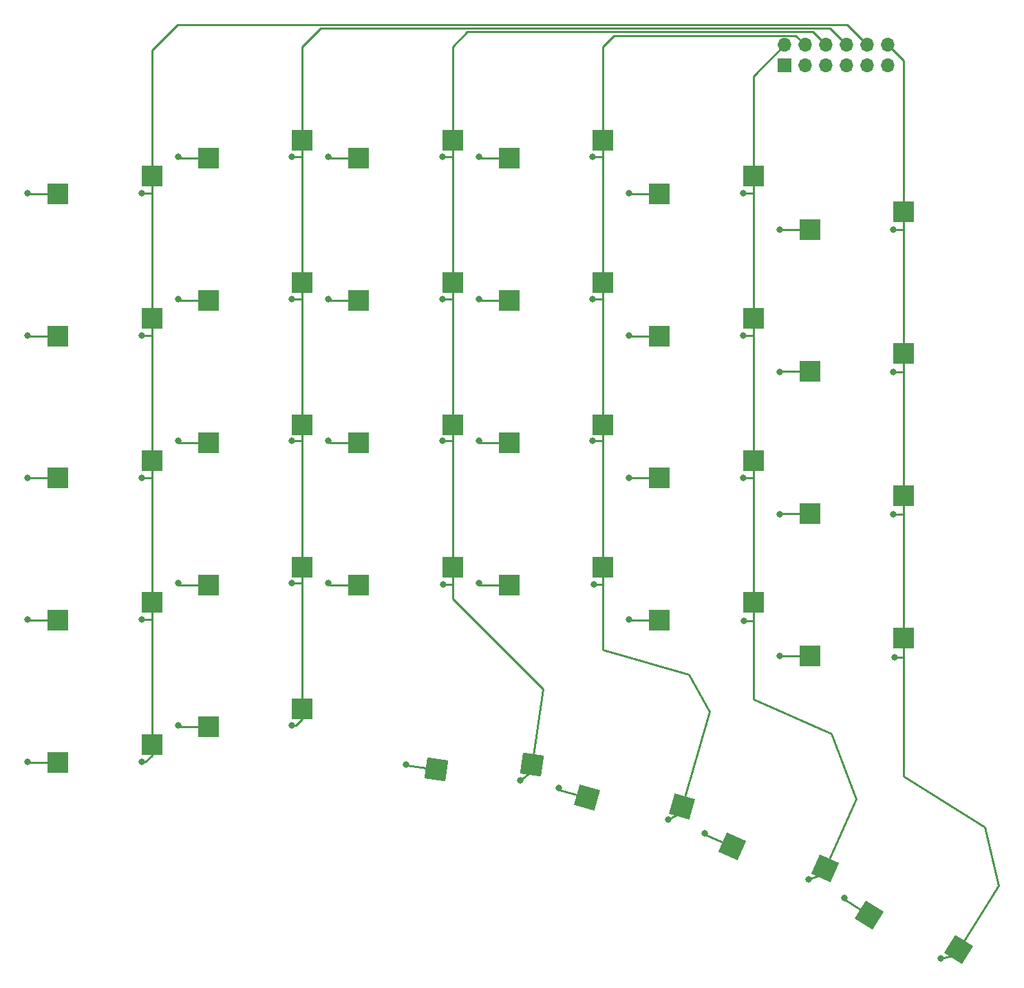
<source format=gbr>
%TF.GenerationSoftware,KiCad,Pcbnew,8.0.3*%
%TF.CreationDate,2024-06-13T00:20:47+02:00*%
%TF.ProjectId,protoeepyboard,70726f74-6f65-4657-9079-626f6172642e,1.0*%
%TF.SameCoordinates,Original*%
%TF.FileFunction,Copper,L1,Top*%
%TF.FilePolarity,Positive*%
%FSLAX46Y46*%
G04 Gerber Fmt 4.6, Leading zero omitted, Abs format (unit mm)*
G04 Created by KiCad (PCBNEW 8.0.3) date 2024-06-13 00:20:47*
%MOMM*%
%LPD*%
G01*
G04 APERTURE LIST*
G04 Aperture macros list*
%AMRotRect*
0 Rectangle, with rotation*
0 The origin of the aperture is its center*
0 $1 length*
0 $2 width*
0 $3 Rotation angle, in degrees counterclockwise*
0 Add horizontal line*
21,1,$1,$2,0,0,$3*%
G04 Aperture macros list end*
%TA.AperFunction,SMDPad,CuDef*%
%ADD10R,2.600000X2.600000*%
%TD*%
%TA.AperFunction,ComponentPad*%
%ADD11O,1.700000X1.700000*%
%TD*%
%TA.AperFunction,ComponentPad*%
%ADD12R,1.700000X1.700000*%
%TD*%
%TA.AperFunction,SMDPad,CuDef*%
%ADD13RotRect,2.600000X2.600000X148.000000*%
%TD*%
%TA.AperFunction,SMDPad,CuDef*%
%ADD14RotRect,2.600000X2.600000X164.000000*%
%TD*%
%TA.AperFunction,SMDPad,CuDef*%
%ADD15RotRect,2.600000X2.600000X156.000000*%
%TD*%
%TA.AperFunction,SMDPad,CuDef*%
%ADD16RotRect,2.600000X2.600000X172.000000*%
%TD*%
%TA.AperFunction,ViaPad*%
%ADD17C,0.800000*%
%TD*%
%TA.AperFunction,Conductor*%
%ADD18C,0.250000*%
%TD*%
G04 APERTURE END LIST*
D10*
%TO.P,S24,2*%
%TO.N,P12*%
X190800484Y-119040165D03*
%TO.P,S24,1*%
%TO.N,five_home*%
X179250484Y-121240165D03*
%TD*%
%TO.P,S13,2*%
%TO.N,P6*%
X135300479Y-92790168D03*
%TO.P,S13,1*%
%TO.N,two_top*%
X123750479Y-94990168D03*
%TD*%
%TO.P,S26,2*%
%TO.N,P12*%
X190800483Y-84040161D03*
%TO.P,S26,1*%
%TO.N,five_num*%
X179250483Y-86240161D03*
%TD*%
%TO.P,S14,2*%
%TO.N,P6*%
X135300485Y-75290169D03*
%TO.P,S14,1*%
%TO.N,two_num*%
X123750485Y-77490169D03*
%TD*%
%TO.P,S17,2*%
%TO.N,P4*%
X153800478Y-92790166D03*
%TO.P,S17,1*%
%TO.N,three_top*%
X142250478Y-94990166D03*
%TD*%
%TO.P,S20,2*%
%TO.N,P2*%
X172300480Y-114665163D03*
%TO.P,S20,1*%
%TO.N,four_home*%
X160750480Y-116865163D03*
%TD*%
%TO.P,S23,2*%
%TO.N,P12*%
X190800484Y-136540170D03*
%TO.P,S23,1*%
%TO.N,five_bottom*%
X179250484Y-138740170D03*
%TD*%
%TO.P,S25,2*%
%TO.N,P12*%
X190800483Y-101540165D03*
%TO.P,S25,1*%
%TO.N,five_top*%
X179250483Y-103740165D03*
%TD*%
%TO.P,S18,2*%
%TO.N,P4*%
X153800484Y-75290161D03*
%TO.P,S18,1*%
%TO.N,three_num*%
X142250484Y-77490161D03*
%TD*%
%TO.P,S7,2*%
%TO.N,P8*%
X116800484Y-127790168D03*
%TO.P,S7,1*%
%TO.N,one_bottom*%
X105250484Y-129990168D03*
%TD*%
%TO.P,S1,2*%
%TO.N,P10*%
X98300478Y-149665165D03*
%TO.P,S1,1*%
%TO.N,outer_mod*%
X86750478Y-151865165D03*
%TD*%
%TO.P,S8,2*%
%TO.N,P8*%
X116800480Y-110290167D03*
%TO.P,S8,1*%
%TO.N,one_home*%
X105250480Y-112490167D03*
%TD*%
%TO.P,S15,2*%
%TO.N,P4*%
X153800482Y-127790168D03*
%TO.P,S15,1*%
%TO.N,three_bottom*%
X142250482Y-129990168D03*
%TD*%
%TO.P,S10,2*%
%TO.N,P8*%
X116800480Y-75290159D03*
%TO.P,S10,1*%
%TO.N,one_num*%
X105250480Y-77490159D03*
%TD*%
D11*
%TO.P,J1,12*%
%TO.N,P12*%
X188875486Y-63520162D03*
%TO.P,J1,11*%
%TO.N,P11*%
X188875483Y-66060162D03*
%TO.P,J1,10*%
%TO.N,P10*%
X186335486Y-63520162D03*
%TO.P,J1,9*%
%TO.N,P9*%
X186335486Y-66060162D03*
%TO.P,J1,8*%
%TO.N,P8*%
X183795486Y-63520162D03*
%TO.P,J1,7*%
%TO.N,P7*%
X183795486Y-66060162D03*
%TO.P,J1,6*%
%TO.N,P6*%
X181255486Y-63520162D03*
%TO.P,J1,5*%
%TO.N,P5*%
X181255486Y-66060164D03*
%TO.P,J1,4*%
%TO.N,P4*%
X178715486Y-63520162D03*
%TO.P,J1,3*%
%TO.N,P3*%
X178715486Y-66060162D03*
%TO.P,J1,2*%
%TO.N,P2*%
X176175486Y-63520162D03*
D12*
%TO.P,J1,1*%
%TO.N,P1*%
X176175486Y-66060162D03*
%TD*%
D10*
%TO.P,S6,2*%
%TO.N,P8*%
X116800481Y-145290171D03*
%TO.P,S6,1*%
%TO.N,one_mod*%
X105250481Y-147490171D03*
%TD*%
D13*
%TO.P,S30,2*%
%TO.N,P12*%
X197541010Y-174910384D03*
%TO.P,S30,1*%
%TO.N,four_default*%
X186580232Y-170655523D03*
%TD*%
D10*
%TO.P,S5,2*%
%TO.N,P10*%
X98300481Y-79665166D03*
%TO.P,S5,1*%
%TO.N,outer_num*%
X86750481Y-81865166D03*
%TD*%
%TO.P,S16,2*%
%TO.N,P4*%
X153800480Y-110290168D03*
%TO.P,S16,1*%
%TO.N,three_home*%
X142250480Y-112490168D03*
%TD*%
%TO.P,S12,2*%
%TO.N,P6*%
X135300485Y-110290165D03*
%TO.P,S12,1*%
%TO.N,two_home*%
X123750485Y-112490165D03*
%TD*%
%TO.P,S2,2*%
%TO.N,P10*%
X98300480Y-132165169D03*
%TO.P,S2,1*%
%TO.N,outer_bottom*%
X86750480Y-134365169D03*
%TD*%
%TO.P,S9,2*%
%TO.N,P8*%
X116800484Y-92790164D03*
%TO.P,S9,1*%
%TO.N,one_top*%
X105250484Y-94990164D03*
%TD*%
%TO.P,S22,2*%
%TO.N,P2*%
X172300483Y-79665169D03*
%TO.P,S22,1*%
%TO.N,four_num*%
X160750483Y-81865169D03*
%TD*%
%TO.P,S11,2*%
%TO.N,P6*%
X135300483Y-127790165D03*
%TO.P,S11,1*%
%TO.N,two_bottom*%
X123750483Y-129990165D03*
%TD*%
%TO.P,S19,2*%
%TO.N,P2*%
X172300483Y-132165168D03*
%TO.P,S19,1*%
%TO.N,four_bottom*%
X160750483Y-134365168D03*
%TD*%
%TO.P,S21,2*%
%TO.N,P2*%
X172300482Y-97165169D03*
%TO.P,S21,1*%
%TO.N,four_top*%
X160750482Y-99365169D03*
%TD*%
D14*
%TO.P,S28,2*%
%TO.N,P4*%
X163569739Y-157264099D03*
%TO.P,S28,1*%
%TO.N,two_default*%
X151860766Y-156195264D03*
%TD*%
D10*
%TO.P,S4,2*%
%TO.N,P10*%
X98300487Y-97165169D03*
%TO.P,S4,1*%
%TO.N,outer_top*%
X86750487Y-99365169D03*
%TD*%
%TO.P,S3,2*%
%TO.N,P10*%
X98300478Y-114665165D03*
%TO.P,S3,1*%
%TO.N,outer_home*%
X86750478Y-116865165D03*
%TD*%
D15*
%TO.P,S29,2*%
%TO.N,P2*%
X181172349Y-164899487D03*
%TO.P,S29,1*%
%TO.N,three_default*%
X169726079Y-162211479D03*
%TD*%
D16*
%TO.P,S27,2*%
%TO.N,P6*%
X145075797Y-152152835D03*
%TO.P,S27,1*%
%TO.N,one_default*%
X133332020Y-152723975D03*
%TD*%
D17*
%TO.N,P12*%
X189656122Y-138934331D03*
%TO.N,P2*%
X171156120Y-134434331D03*
%TO.N,P4*%
X152656119Y-129934331D03*
%TO.N,P6*%
X134156119Y-129934334D03*
%TO.N,P12*%
X195351346Y-175995266D03*
%TO.N,four_default*%
X183478670Y-168576392D03*
%TO.N,P2*%
X179143390Y-166249989D03*
%TO.N,three_default*%
X166353753Y-160555678D03*
%TO.N,P4*%
X161826493Y-158875306D03*
%TO.N,two_default*%
X148368831Y-155016387D03*
%TO.N,P6*%
X143653312Y-154073593D03*
%TO.N,one_default*%
X129541988Y-152090374D03*
%TO.N,outer_home*%
X83025478Y-116790167D03*
%TO.N,one_mod*%
X101525484Y-147290165D03*
%TO.N,P4*%
X152525482Y-112290165D03*
%TO.N,three_top*%
X138525485Y-94790169D03*
%TO.N,outer_mod*%
X83025482Y-151790170D03*
%TO.N,two_bottom*%
X120025478Y-129790168D03*
%TO.N,P12*%
X189525481Y-86290167D03*
%TO.N,one_top*%
X101525482Y-94790166D03*
%TO.N,P12*%
X189525480Y-103790169D03*
X189525481Y-121290158D03*
%TO.N,three_home*%
X138525485Y-112290169D03*
%TO.N,P6*%
X134025490Y-94790169D03*
%TO.N,P8*%
X115525486Y-112290167D03*
%TO.N,P4*%
X152525486Y-94790164D03*
%TO.N,P8*%
X115525484Y-147290163D03*
%TO.N,outer_bottom*%
X83025484Y-134290164D03*
%TO.N,P10*%
X97025484Y-134290168D03*
%TO.N,one_num*%
X101525480Y-77290163D03*
%TO.N,P8*%
X115525481Y-77290166D03*
%TO.N,P10*%
X97025481Y-99290167D03*
%TO.N,P8*%
X115525481Y-129790167D03*
%TO.N,P10*%
X97025476Y-116790166D03*
%TO.N,P6*%
X134025477Y-77290167D03*
%TO.N,three_bottom*%
X138525484Y-129790167D03*
%TO.N,P8*%
X115525485Y-94790168D03*
%TO.N,P2*%
X171025483Y-81790168D03*
X171025478Y-116790165D03*
%TO.N,P4*%
X152525486Y-77290170D03*
%TO.N,one_home*%
X101525480Y-112290168D03*
%TO.N,P2*%
X171025481Y-99290164D03*
%TO.N,four_num*%
X157025483Y-81790168D03*
%TO.N,P10*%
X97025485Y-81790166D03*
%TO.N,three_num*%
X138525485Y-77290161D03*
%TO.N,outer_num*%
X83025481Y-81790163D03*
%TO.N,two_home*%
X120025481Y-112290164D03*
%TO.N,outer_top*%
X83025484Y-99290164D03*
%TO.N,P6*%
X134025481Y-112290171D03*
%TO.N,P10*%
X97025484Y-151790166D03*
%TO.N,four_home*%
X157025482Y-116790167D03*
%TO.N,one_bottom*%
X101525484Y-129790163D03*
%TO.N,five_home*%
X175525482Y-121290169D03*
%TO.N,two_num*%
X120025483Y-77290162D03*
%TO.N,two_top*%
X120025484Y-94790163D03*
%TO.N,five_bottom*%
X175525487Y-138790168D03*
%TO.N,four_top*%
X157025480Y-99290167D03*
%TO.N,four_bottom*%
X157025478Y-134290166D03*
%TO.N,five_num*%
X175525483Y-86290166D03*
%TO.N,five_top*%
X175525479Y-103790168D03*
%TD*%
D18*
%TO.N,P10*%
X186335486Y-63520162D02*
X183810486Y-60995162D01*
X183810486Y-60995162D02*
X101504838Y-60995162D01*
X101504838Y-60995162D02*
X98300481Y-64199519D01*
X98300481Y-64199519D02*
X98300481Y-79665166D01*
%TO.N,P8*%
X183795486Y-63520162D02*
X181720486Y-61445162D01*
X181720486Y-61445162D02*
X119054838Y-61445162D01*
X119054838Y-61445162D02*
X116800480Y-63699520D01*
X116800480Y-63699520D02*
X116800480Y-75290159D01*
%TO.N,P6*%
X181255486Y-63520162D02*
X179630486Y-61895162D01*
X179630486Y-61895162D02*
X137104838Y-61895162D01*
X137104838Y-61895162D02*
X135300485Y-63699515D01*
X135300485Y-63699515D02*
X135300485Y-75290169D01*
%TO.N,P4*%
X178715486Y-63520162D02*
X177540486Y-62345162D01*
X177540486Y-62345162D02*
X155154838Y-62345162D01*
X155154838Y-62345162D02*
X153800484Y-63699516D01*
X153800484Y-63699516D02*
X153800484Y-75290161D01*
%TO.N,P2*%
X172300483Y-79665169D02*
X172300483Y-67395165D01*
X172300483Y-67395165D02*
X176175486Y-63520162D01*
%TO.N,P12*%
X190800483Y-84040161D02*
X190800483Y-65445159D01*
X190800483Y-65445159D02*
X188875486Y-63520162D01*
X202462463Y-167034411D02*
X200798273Y-159826009D01*
X200798273Y-159826009D02*
X190800484Y-153578697D01*
X197541010Y-174910383D02*
X202462463Y-167034411D01*
%TO.N,P2*%
X172300483Y-134434331D02*
X172300482Y-144052489D01*
X181172349Y-164899485D02*
X184990886Y-156322914D01*
X172300482Y-144052489D02*
X181925738Y-148337929D01*
X181925738Y-148337929D02*
X184990886Y-156322914D01*
%TO.N,P4*%
X153800482Y-129934334D02*
X153800482Y-137979715D01*
X166915236Y-145596959D02*
X164373457Y-141011468D01*
X164373457Y-141011468D02*
X153800482Y-137979715D01*
X163569740Y-157264100D02*
X166915236Y-145596959D01*
%TO.N,P6*%
X135300483Y-129934332D02*
X135300484Y-131683271D01*
X135300484Y-131683271D02*
X146393574Y-142776361D01*
X145075798Y-152152832D02*
X146393574Y-142776361D01*
%TO.N,P12*%
X190800484Y-136540168D02*
X190800484Y-138934335D01*
X190800484Y-138934335D02*
X190800484Y-153578697D01*
X189656122Y-138934331D02*
X190800484Y-138934335D01*
%TO.N,P2*%
X171156120Y-134434331D02*
X172300483Y-134434331D01*
X172300482Y-132165167D02*
X172300483Y-134434331D01*
%TO.N,P4*%
X152656119Y-129934331D02*
X153800482Y-129934334D01*
X153800483Y-127790170D02*
X153800482Y-129934334D01*
%TO.N,P6*%
X134156119Y-129934334D02*
X135300483Y-129934332D01*
X135300484Y-127790165D02*
X135300483Y-129934332D01*
%TO.N,P12*%
X195351346Y-175995266D02*
X197117961Y-175587410D01*
X197117961Y-175587410D02*
X197541012Y-174910383D01*
%TO.N,four_default*%
X183516727Y-168741231D02*
X183478670Y-168576392D01*
X186580234Y-170655521D02*
X183516727Y-168741231D01*
%TO.N,P2*%
X179143390Y-166249989D02*
X180865368Y-165588982D01*
X180865368Y-165588982D02*
X181172351Y-164899492D01*
%TO.N,three_default*%
X166425215Y-160741843D02*
X166353753Y-160555678D01*
X169726078Y-162211482D02*
X166425215Y-160741843D01*
%TO.N,P4*%
X161826493Y-158875306D02*
X163349866Y-158030890D01*
X163349866Y-158030890D02*
X163569738Y-157264100D01*
%TO.N,two_default*%
X148485870Y-155227531D02*
X148368831Y-155016387D01*
X151860762Y-156195269D02*
X148485870Y-155227531D01*
%TO.N,P6*%
X143653312Y-154073593D02*
X144942366Y-153102214D01*
X144942366Y-153102214D02*
X145075792Y-152152835D01*
%TO.N,one_default*%
X129627068Y-152203279D02*
X129541988Y-152090374D01*
X133332016Y-152723974D02*
X129627068Y-152203279D01*
%TO.N,five_bottom*%
X175575484Y-138740163D02*
X175525487Y-138790168D01*
X179250483Y-138740164D02*
X175575484Y-138740163D01*
%TO.N,five_home*%
X175575481Y-121240170D02*
X175525482Y-121290169D01*
X179250486Y-121240166D02*
X175575481Y-121240170D01*
%TO.N,five_top*%
X175575485Y-103740162D02*
X175525479Y-103790168D01*
X179250479Y-103740168D02*
X175575485Y-103740162D01*
%TO.N,five_num*%
X175575483Y-86240167D02*
X175525483Y-86290166D01*
X179250481Y-86240167D02*
X175575483Y-86240167D01*
%TO.N,four_bottom*%
X157100480Y-134365165D02*
X157025478Y-134290166D01*
X160750482Y-134365165D02*
X157100480Y-134365165D01*
%TO.N,four_home*%
X157100479Y-116865165D02*
X157025482Y-116790167D01*
X160750480Y-116865167D02*
X157100479Y-116865165D01*
%TO.N,four_top*%
X157100484Y-99365166D02*
X157025480Y-99290167D01*
X160750483Y-99365169D02*
X157100484Y-99365166D01*
%TO.N,four_num*%
X157100481Y-81865169D02*
X157025483Y-81790168D01*
X160750483Y-81865167D02*
X157100481Y-81865169D01*
%TO.N,three_num*%
X138725485Y-77490168D02*
X138525485Y-77290161D01*
X142250486Y-77490166D02*
X138725485Y-77490168D01*
%TO.N,three_top*%
X138725480Y-94990170D02*
X138525485Y-94790169D01*
X142250479Y-94990163D02*
X138725480Y-94990170D01*
%TO.N,three_home*%
X138725485Y-112490168D02*
X138525485Y-112290169D01*
X142250482Y-112490168D02*
X138725485Y-112490168D01*
%TO.N,three_bottom*%
X138725481Y-129990160D02*
X138525484Y-129790167D01*
X142250480Y-129990166D02*
X138725481Y-129990160D01*
%TO.N,two_num*%
X120225482Y-77490170D02*
X120025483Y-77290162D01*
X123750485Y-77490163D02*
X120225482Y-77490170D01*
%TO.N,two_top*%
X120225482Y-94990165D02*
X120025484Y-94790163D01*
X123750486Y-94990166D02*
X120225482Y-94990165D01*
%TO.N,two_home*%
X120225482Y-112490168D02*
X120025481Y-112290164D01*
X123750484Y-112490168D02*
X120225482Y-112490168D01*
%TO.N,two_bottom*%
X120225484Y-129990165D02*
X120025478Y-129790168D01*
X123750480Y-129990163D02*
X120225484Y-129990165D01*
%TO.N,outer_num*%
X83100482Y-81865169D02*
X83025481Y-81790163D01*
X86750483Y-81865162D02*
X83100482Y-81865169D01*
%TO.N,outer_top*%
X83100478Y-99365165D02*
X83025484Y-99290164D01*
X86750482Y-99365162D02*
X83100478Y-99365165D01*
%TO.N,outer_home*%
X83100484Y-116865163D02*
X83025478Y-116790167D01*
X86750482Y-116865168D02*
X83100484Y-116865163D01*
%TO.N,outer_bottom*%
X83100482Y-134365166D02*
X83025484Y-134290164D01*
X86750481Y-134365168D02*
X83100482Y-134365166D01*
%TO.N,outer_mod*%
X83100478Y-151865170D02*
X83025482Y-151790170D01*
X86750482Y-151865165D02*
X83100478Y-151865170D01*
%TO.N,one_mod*%
X101725484Y-147490162D02*
X101525484Y-147290165D01*
X105250481Y-147490164D02*
X101725484Y-147490162D01*
%TO.N,one_bottom*%
X101725483Y-129990163D02*
X101525484Y-129790163D01*
X105250483Y-129990163D02*
X101725483Y-129990163D01*
%TO.N,one_home*%
X101725480Y-112490172D02*
X101525480Y-112290168D01*
X105250486Y-112490169D02*
X101725480Y-112490172D01*
%TO.N,one_top*%
X101725482Y-94990162D02*
X101525482Y-94790166D01*
X105250480Y-94990166D02*
X101725482Y-94990162D01*
%TO.N,one_num*%
X101725480Y-77490163D02*
X101525480Y-77290163D01*
X105250485Y-77490169D02*
X101725480Y-77490163D01*
%TO.N,P12*%
X190800485Y-136540171D02*
X190800481Y-121290164D01*
X190800481Y-121290164D02*
X190800484Y-119040166D01*
X189525481Y-121290158D02*
X190800481Y-121290164D01*
X190800484Y-119040166D02*
X190800485Y-103790167D01*
X190800485Y-103790167D02*
X190800482Y-101540165D01*
X189525480Y-103790169D02*
X190800485Y-103790167D01*
X190800482Y-101540165D02*
X190800483Y-86290169D01*
X189525481Y-86290167D02*
X190800483Y-86290169D01*
X190800483Y-86290169D02*
X190800484Y-84040166D01*
%TO.N,P2*%
X172300478Y-116790172D02*
X172300482Y-114665166D01*
X172300481Y-132165167D02*
X172300478Y-116790172D01*
X171025478Y-116790165D02*
X172300478Y-116790172D01*
X172300483Y-97165170D02*
X172300481Y-99290168D01*
X171025481Y-99290164D02*
X172300481Y-99290168D01*
X172300481Y-99290168D02*
X172300482Y-114665166D01*
X172300481Y-81790163D02*
X172300483Y-97165170D01*
X172300482Y-79665164D02*
X172300481Y-81790163D01*
X171025483Y-81790168D02*
X172300481Y-81790163D01*
%TO.N,P4*%
X153800484Y-92790163D02*
X153800482Y-77290165D01*
X153800482Y-77290165D02*
X153800484Y-75290166D01*
X152525486Y-77290170D02*
X153800482Y-77290165D01*
X152525486Y-94790164D02*
X153800484Y-94790161D01*
X153800482Y-110290163D02*
X153800484Y-94790161D01*
X153800484Y-94790161D02*
X153800484Y-92790163D01*
X153800484Y-127790170D02*
X153800481Y-112290167D01*
X153800481Y-112290167D02*
X153800482Y-110290163D01*
X152525482Y-112290165D02*
X153800481Y-112290167D01*
%TO.N,P6*%
X135300482Y-110290167D02*
X135300480Y-112290166D01*
X135300480Y-112290166D02*
X135300480Y-127790163D01*
X134025481Y-112290171D02*
X135300480Y-112290166D01*
X135300480Y-92790167D02*
X135300479Y-94790164D01*
X135300479Y-94790164D02*
X135300482Y-110290167D01*
X134025490Y-94790169D02*
X135300479Y-94790164D01*
X135300483Y-75290163D02*
X135300480Y-77290164D01*
X135300480Y-77290164D02*
X135300480Y-92790167D01*
X134025477Y-77290167D02*
X135300480Y-77290164D01*
%TO.N,P8*%
X116800484Y-77290163D02*
X116800481Y-75290170D01*
X116800482Y-92790165D02*
X116800484Y-77290163D01*
X115525481Y-77290166D02*
X116800484Y-77290163D01*
X116800483Y-110290164D02*
X116800484Y-94790163D01*
X116800484Y-94790163D02*
X116800482Y-92790165D01*
X115525485Y-94790168D02*
X116800484Y-94790163D01*
X116800481Y-112290163D02*
X116800483Y-110290164D01*
X116800483Y-127790164D02*
X116800481Y-112290163D01*
X115525486Y-112290167D02*
X116800481Y-112290163D01*
X116800485Y-145290164D02*
X116800484Y-129790167D01*
X115525481Y-129790167D02*
X116800484Y-129790167D01*
X116800484Y-129790167D02*
X116800483Y-127790164D01*
X115525484Y-147290163D02*
X116025484Y-147290166D01*
X116025484Y-147290166D02*
X116800485Y-146515166D01*
X116800485Y-146515166D02*
X116800485Y-145290164D01*
%TO.N,P10*%
X97025484Y-151790166D02*
X97525478Y-151790169D01*
X98300478Y-151015167D02*
X98300482Y-149665169D01*
X97525478Y-151790169D02*
X98300478Y-151015167D01*
X98300480Y-132165169D02*
X98300483Y-134290163D01*
X98300483Y-134290163D02*
X98300482Y-149665169D01*
X97025484Y-134290168D02*
X98300483Y-134290163D01*
X98300483Y-114665167D02*
X98300485Y-116790165D01*
X98300485Y-116790165D02*
X98300480Y-132165169D01*
X97025476Y-116790166D02*
X98300485Y-116790165D01*
X98300484Y-97165166D02*
X98300482Y-99290168D01*
X98300482Y-99290168D02*
X98300483Y-114665167D01*
X97025481Y-99290167D02*
X98300482Y-99290168D01*
X98300487Y-79665169D02*
X98300484Y-81790159D01*
X98300484Y-81790159D02*
X98300484Y-97165166D01*
X97025485Y-81790166D02*
X98300484Y-81790159D01*
%TD*%
M02*

</source>
